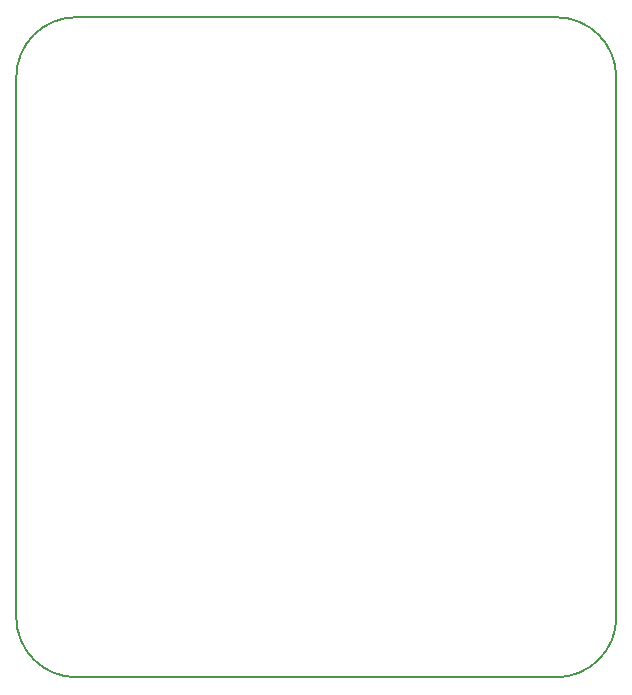
<source format=gm1>
G04 #@! TF.GenerationSoftware,KiCad,Pcbnew,5.0.1-33cea8e~68~ubuntu18.04.1*
G04 #@! TF.CreationDate,2019-04-03T20:24:34-04:00*
G04 #@! TF.ProjectId,IMU,494D552E6B696361645F706362000000,rev?*
G04 #@! TF.SameCoordinates,Original*
G04 #@! TF.FileFunction,Profile,NP*
%FSLAX46Y46*%
G04 Gerber Fmt 4.6, Leading zero omitted, Abs format (unit mm)*
G04 Created by KiCad (PCBNEW 5.0.1-33cea8e~68~ubuntu18.04.1) date Wed 03 Apr 2019 08:24:34 PM EDT*
%MOMM*%
%LPD*%
G01*
G04 APERTURE LIST*
%ADD10C,0.200000*%
G04 APERTURE END LIST*
D10*
X161290000Y-71120000D02*
X120650000Y-71120000D01*
X120650000Y-127000000D02*
G75*
G02X115570000Y-121920000I0J5080000D01*
G01*
X120650000Y-127000000D02*
X161290000Y-127000000D01*
X115570000Y-76200000D02*
X115570000Y-121920000D01*
X166370000Y-121920000D02*
X166370000Y-76200000D01*
X115570000Y-76200000D02*
G75*
G02X120650000Y-71120000I5080000J0D01*
G01*
X161290000Y-71120000D02*
G75*
G02X166370000Y-76200000I0J-5080000D01*
G01*
X166375080Y-121925080D02*
G75*
G02X161295080Y-127005080I-5080000J0D01*
G01*
M02*

</source>
